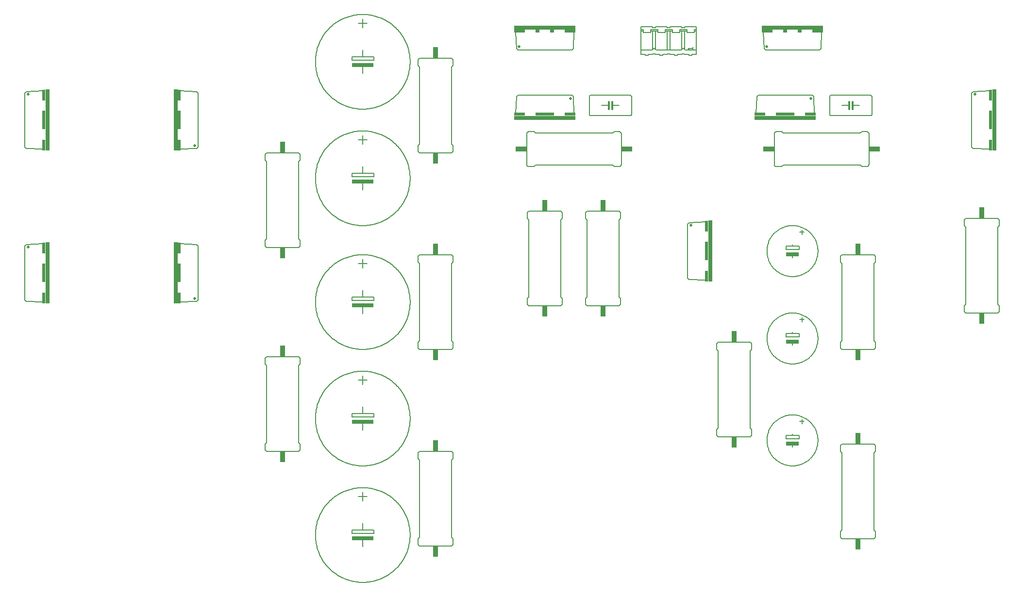
<source format=gto>
G75*
%MOIN*%
%OFA0B0*%
%FSLAX24Y24*%
%IPPOS*%
%LPD*%
%AMOC8*
5,1,8,0,0,1.08239X$1,22.5*
%
%ADD10C,0.0060*%
%ADD11C,0.0200*%
%ADD12R,0.0300X0.4200*%
%ADD13R,0.0200X0.0750*%
%ADD14R,0.0200X0.1300*%
%ADD15R,0.1500X0.0250*%
%ADD16R,0.0320X0.0760*%
%ADD17R,0.4200X0.0300*%
%ADD18R,0.0750X0.0200*%
%ADD19R,0.0300X0.0200*%
%ADD20R,0.1300X0.0200*%
%ADD21R,0.0760X0.0320*%
%ADD22C,0.0120*%
%ADD23R,0.0900X0.0250*%
%ADD24C,0.0050*%
D10*
X019630Y010466D02*
X021730Y010466D01*
X021753Y010468D01*
X021776Y010473D01*
X021798Y010482D01*
X021818Y010495D01*
X021836Y010510D01*
X021851Y010528D01*
X021864Y010548D01*
X021873Y010570D01*
X021878Y010593D01*
X021880Y010616D01*
X021880Y010966D01*
X021780Y011066D01*
X021780Y016366D01*
X021880Y016466D01*
X021880Y016816D01*
X021878Y016839D01*
X021873Y016862D01*
X021864Y016884D01*
X021851Y016904D01*
X021836Y016922D01*
X021818Y016937D01*
X021798Y016950D01*
X021776Y016959D01*
X021753Y016964D01*
X021730Y016966D01*
X019630Y016966D01*
X019607Y016964D01*
X019584Y016959D01*
X019562Y016950D01*
X019542Y016937D01*
X019524Y016922D01*
X019509Y016904D01*
X019496Y016884D01*
X019487Y016862D01*
X019482Y016839D01*
X019480Y016816D01*
X019480Y016466D01*
X019580Y016366D01*
X019580Y011066D01*
X019480Y010966D01*
X019480Y010616D01*
X019482Y010593D01*
X019487Y010570D01*
X019496Y010548D01*
X019509Y010528D01*
X019524Y010510D01*
X019542Y010495D01*
X019562Y010482D01*
X019584Y010473D01*
X019607Y010468D01*
X019630Y010466D01*
X025430Y012816D02*
X025430Y013066D01*
X026180Y013066D01*
X026930Y013066D01*
X026930Y012816D01*
X025430Y012816D01*
X022930Y012716D02*
X022932Y012829D01*
X022938Y012943D01*
X022948Y013056D01*
X022962Y013168D01*
X022979Y013280D01*
X023001Y013392D01*
X023027Y013502D01*
X023056Y013612D01*
X023089Y013720D01*
X023126Y013828D01*
X023167Y013933D01*
X023211Y014038D01*
X023259Y014141D01*
X023310Y014242D01*
X023365Y014341D01*
X023424Y014438D01*
X023486Y014533D01*
X023551Y014626D01*
X023619Y014717D01*
X023690Y014805D01*
X023765Y014891D01*
X023842Y014974D01*
X023922Y015054D01*
X024005Y015131D01*
X024091Y015206D01*
X024179Y015277D01*
X024270Y015345D01*
X024363Y015410D01*
X024458Y015472D01*
X024555Y015531D01*
X024654Y015586D01*
X024755Y015637D01*
X024858Y015685D01*
X024963Y015729D01*
X025068Y015770D01*
X025176Y015807D01*
X025284Y015840D01*
X025394Y015869D01*
X025504Y015895D01*
X025616Y015917D01*
X025728Y015934D01*
X025840Y015948D01*
X025953Y015958D01*
X026067Y015964D01*
X026180Y015966D01*
X026293Y015964D01*
X026407Y015958D01*
X026520Y015948D01*
X026632Y015934D01*
X026744Y015917D01*
X026856Y015895D01*
X026966Y015869D01*
X027076Y015840D01*
X027184Y015807D01*
X027292Y015770D01*
X027397Y015729D01*
X027502Y015685D01*
X027605Y015637D01*
X027706Y015586D01*
X027805Y015531D01*
X027902Y015472D01*
X027997Y015410D01*
X028090Y015345D01*
X028181Y015277D01*
X028269Y015206D01*
X028355Y015131D01*
X028438Y015054D01*
X028518Y014974D01*
X028595Y014891D01*
X028670Y014805D01*
X028741Y014717D01*
X028809Y014626D01*
X028874Y014533D01*
X028936Y014438D01*
X028995Y014341D01*
X029050Y014242D01*
X029101Y014141D01*
X029149Y014038D01*
X029193Y013933D01*
X029234Y013828D01*
X029271Y013720D01*
X029304Y013612D01*
X029333Y013502D01*
X029359Y013392D01*
X029381Y013280D01*
X029398Y013168D01*
X029412Y013056D01*
X029422Y012943D01*
X029428Y012829D01*
X029430Y012716D01*
X029428Y012603D01*
X029422Y012489D01*
X029412Y012376D01*
X029398Y012264D01*
X029381Y012152D01*
X029359Y012040D01*
X029333Y011930D01*
X029304Y011820D01*
X029271Y011712D01*
X029234Y011604D01*
X029193Y011499D01*
X029149Y011394D01*
X029101Y011291D01*
X029050Y011190D01*
X028995Y011091D01*
X028936Y010994D01*
X028874Y010899D01*
X028809Y010806D01*
X028741Y010715D01*
X028670Y010627D01*
X028595Y010541D01*
X028518Y010458D01*
X028438Y010378D01*
X028355Y010301D01*
X028269Y010226D01*
X028181Y010155D01*
X028090Y010087D01*
X027997Y010022D01*
X027902Y009960D01*
X027805Y009901D01*
X027706Y009846D01*
X027605Y009795D01*
X027502Y009747D01*
X027397Y009703D01*
X027292Y009662D01*
X027184Y009625D01*
X027076Y009592D01*
X026966Y009563D01*
X026856Y009537D01*
X026744Y009515D01*
X026632Y009498D01*
X026520Y009484D01*
X026407Y009474D01*
X026293Y009468D01*
X026180Y009466D01*
X026067Y009468D01*
X025953Y009474D01*
X025840Y009484D01*
X025728Y009498D01*
X025616Y009515D01*
X025504Y009537D01*
X025394Y009563D01*
X025284Y009592D01*
X025176Y009625D01*
X025068Y009662D01*
X024963Y009703D01*
X024858Y009747D01*
X024755Y009795D01*
X024654Y009846D01*
X024555Y009901D01*
X024458Y009960D01*
X024363Y010022D01*
X024270Y010087D01*
X024179Y010155D01*
X024091Y010226D01*
X024005Y010301D01*
X023922Y010378D01*
X023842Y010458D01*
X023765Y010541D01*
X023690Y010627D01*
X023619Y010715D01*
X023551Y010806D01*
X023486Y010899D01*
X023424Y010994D01*
X023365Y011091D01*
X023310Y011190D01*
X023259Y011291D01*
X023211Y011394D01*
X023167Y011499D01*
X023126Y011604D01*
X023089Y011712D01*
X023056Y011820D01*
X023027Y011930D01*
X023001Y012040D01*
X022979Y012152D01*
X022962Y012264D01*
X022948Y012376D01*
X022938Y012489D01*
X022932Y012603D01*
X022930Y012716D01*
X026180Y012466D02*
X026180Y011916D01*
X026180Y013066D02*
X026180Y013516D01*
X026180Y015066D02*
X026180Y015666D01*
X025880Y015366D02*
X026480Y015366D01*
X030130Y017466D02*
X032230Y017466D01*
X032253Y017468D01*
X032276Y017473D01*
X032298Y017482D01*
X032318Y017495D01*
X032336Y017510D01*
X032351Y017528D01*
X032364Y017548D01*
X032373Y017570D01*
X032378Y017593D01*
X032380Y017616D01*
X032380Y017966D01*
X032280Y018066D01*
X032280Y023366D01*
X032380Y023466D01*
X032380Y023816D01*
X032378Y023839D01*
X032373Y023862D01*
X032364Y023884D01*
X032351Y023904D01*
X032336Y023922D01*
X032318Y023937D01*
X032298Y023950D01*
X032276Y023959D01*
X032253Y023964D01*
X032230Y023966D01*
X030130Y023966D01*
X030107Y023964D01*
X030084Y023959D01*
X030062Y023950D01*
X030042Y023937D01*
X030024Y023922D01*
X030009Y023904D01*
X029996Y023884D01*
X029987Y023862D01*
X029982Y023839D01*
X029980Y023816D01*
X029980Y023466D01*
X030080Y023366D01*
X030080Y018066D01*
X029980Y017966D01*
X029980Y017616D01*
X029982Y017593D01*
X029987Y017570D01*
X029996Y017548D01*
X030009Y017528D01*
X030024Y017510D01*
X030042Y017495D01*
X030062Y017482D01*
X030084Y017473D01*
X030107Y017468D01*
X030130Y017466D01*
X026180Y019916D02*
X026180Y020466D01*
X022930Y020716D02*
X022932Y020829D01*
X022938Y020943D01*
X022948Y021056D01*
X022962Y021168D01*
X022979Y021280D01*
X023001Y021392D01*
X023027Y021502D01*
X023056Y021612D01*
X023089Y021720D01*
X023126Y021828D01*
X023167Y021933D01*
X023211Y022038D01*
X023259Y022141D01*
X023310Y022242D01*
X023365Y022341D01*
X023424Y022438D01*
X023486Y022533D01*
X023551Y022626D01*
X023619Y022717D01*
X023690Y022805D01*
X023765Y022891D01*
X023842Y022974D01*
X023922Y023054D01*
X024005Y023131D01*
X024091Y023206D01*
X024179Y023277D01*
X024270Y023345D01*
X024363Y023410D01*
X024458Y023472D01*
X024555Y023531D01*
X024654Y023586D01*
X024755Y023637D01*
X024858Y023685D01*
X024963Y023729D01*
X025068Y023770D01*
X025176Y023807D01*
X025284Y023840D01*
X025394Y023869D01*
X025504Y023895D01*
X025616Y023917D01*
X025728Y023934D01*
X025840Y023948D01*
X025953Y023958D01*
X026067Y023964D01*
X026180Y023966D01*
X026293Y023964D01*
X026407Y023958D01*
X026520Y023948D01*
X026632Y023934D01*
X026744Y023917D01*
X026856Y023895D01*
X026966Y023869D01*
X027076Y023840D01*
X027184Y023807D01*
X027292Y023770D01*
X027397Y023729D01*
X027502Y023685D01*
X027605Y023637D01*
X027706Y023586D01*
X027805Y023531D01*
X027902Y023472D01*
X027997Y023410D01*
X028090Y023345D01*
X028181Y023277D01*
X028269Y023206D01*
X028355Y023131D01*
X028438Y023054D01*
X028518Y022974D01*
X028595Y022891D01*
X028670Y022805D01*
X028741Y022717D01*
X028809Y022626D01*
X028874Y022533D01*
X028936Y022438D01*
X028995Y022341D01*
X029050Y022242D01*
X029101Y022141D01*
X029149Y022038D01*
X029193Y021933D01*
X029234Y021828D01*
X029271Y021720D01*
X029304Y021612D01*
X029333Y021502D01*
X029359Y021392D01*
X029381Y021280D01*
X029398Y021168D01*
X029412Y021056D01*
X029422Y020943D01*
X029428Y020829D01*
X029430Y020716D01*
X029428Y020603D01*
X029422Y020489D01*
X029412Y020376D01*
X029398Y020264D01*
X029381Y020152D01*
X029359Y020040D01*
X029333Y019930D01*
X029304Y019820D01*
X029271Y019712D01*
X029234Y019604D01*
X029193Y019499D01*
X029149Y019394D01*
X029101Y019291D01*
X029050Y019190D01*
X028995Y019091D01*
X028936Y018994D01*
X028874Y018899D01*
X028809Y018806D01*
X028741Y018715D01*
X028670Y018627D01*
X028595Y018541D01*
X028518Y018458D01*
X028438Y018378D01*
X028355Y018301D01*
X028269Y018226D01*
X028181Y018155D01*
X028090Y018087D01*
X027997Y018022D01*
X027902Y017960D01*
X027805Y017901D01*
X027706Y017846D01*
X027605Y017795D01*
X027502Y017747D01*
X027397Y017703D01*
X027292Y017662D01*
X027184Y017625D01*
X027076Y017592D01*
X026966Y017563D01*
X026856Y017537D01*
X026744Y017515D01*
X026632Y017498D01*
X026520Y017484D01*
X026407Y017474D01*
X026293Y017468D01*
X026180Y017466D01*
X026067Y017468D01*
X025953Y017474D01*
X025840Y017484D01*
X025728Y017498D01*
X025616Y017515D01*
X025504Y017537D01*
X025394Y017563D01*
X025284Y017592D01*
X025176Y017625D01*
X025068Y017662D01*
X024963Y017703D01*
X024858Y017747D01*
X024755Y017795D01*
X024654Y017846D01*
X024555Y017901D01*
X024458Y017960D01*
X024363Y018022D01*
X024270Y018087D01*
X024179Y018155D01*
X024091Y018226D01*
X024005Y018301D01*
X023922Y018378D01*
X023842Y018458D01*
X023765Y018541D01*
X023690Y018627D01*
X023619Y018715D01*
X023551Y018806D01*
X023486Y018899D01*
X023424Y018994D01*
X023365Y019091D01*
X023310Y019190D01*
X023259Y019291D01*
X023211Y019394D01*
X023167Y019499D01*
X023126Y019604D01*
X023089Y019712D01*
X023056Y019820D01*
X023027Y019930D01*
X023001Y020040D01*
X022979Y020152D01*
X022962Y020264D01*
X022948Y020376D01*
X022938Y020489D01*
X022932Y020603D01*
X022930Y020716D01*
X025430Y020816D02*
X026930Y020816D01*
X026930Y021066D01*
X026180Y021066D01*
X025430Y021066D01*
X025430Y020816D01*
X026180Y021066D02*
X026180Y021516D01*
X026180Y023066D02*
X026180Y023666D01*
X025880Y023366D02*
X026480Y023366D01*
X021880Y024616D02*
X021880Y024966D01*
X021780Y025066D01*
X021780Y030366D01*
X021880Y030466D01*
X021880Y030816D01*
X021878Y030839D01*
X021873Y030862D01*
X021864Y030884D01*
X021851Y030904D01*
X021836Y030922D01*
X021818Y030937D01*
X021798Y030950D01*
X021776Y030959D01*
X021753Y030964D01*
X021730Y030966D01*
X019630Y030966D01*
X019607Y030964D01*
X019584Y030959D01*
X019562Y030950D01*
X019542Y030937D01*
X019524Y030922D01*
X019509Y030904D01*
X019496Y030884D01*
X019487Y030862D01*
X019482Y030839D01*
X019480Y030816D01*
X019480Y030466D01*
X019580Y030366D01*
X019580Y025066D01*
X019480Y024966D01*
X019480Y024616D01*
X019482Y024593D01*
X019487Y024570D01*
X019496Y024548D01*
X019509Y024528D01*
X019524Y024510D01*
X019542Y024495D01*
X019562Y024482D01*
X019584Y024473D01*
X019607Y024468D01*
X019630Y024466D01*
X021730Y024466D01*
X021753Y024468D01*
X021776Y024473D01*
X021798Y024482D01*
X021818Y024495D01*
X021836Y024510D01*
X021851Y024528D01*
X021864Y024548D01*
X021873Y024570D01*
X021878Y024593D01*
X021880Y024616D01*
X014880Y024566D02*
X014880Y020866D01*
X014780Y020766D01*
X013630Y020716D01*
X013630Y024716D02*
X014780Y024666D01*
X014880Y024566D01*
X004230Y024716D02*
X003080Y024666D01*
X002980Y024566D01*
X002980Y020866D01*
X003080Y020766D01*
X004230Y020716D01*
X004230Y031216D02*
X003080Y031266D01*
X002980Y031366D01*
X002980Y035066D01*
X003080Y035166D01*
X004230Y035216D01*
X013630Y035216D02*
X014780Y035166D01*
X014880Y035066D01*
X014880Y031366D01*
X014780Y031266D01*
X013630Y031216D01*
X025430Y029566D02*
X025430Y029316D01*
X026930Y029316D01*
X026930Y029566D01*
X026180Y029566D01*
X025430Y029566D01*
X026180Y029566D02*
X026180Y030016D01*
X022930Y029216D02*
X022932Y029329D01*
X022938Y029443D01*
X022948Y029556D01*
X022962Y029668D01*
X022979Y029780D01*
X023001Y029892D01*
X023027Y030002D01*
X023056Y030112D01*
X023089Y030220D01*
X023126Y030328D01*
X023167Y030433D01*
X023211Y030538D01*
X023259Y030641D01*
X023310Y030742D01*
X023365Y030841D01*
X023424Y030938D01*
X023486Y031033D01*
X023551Y031126D01*
X023619Y031217D01*
X023690Y031305D01*
X023765Y031391D01*
X023842Y031474D01*
X023922Y031554D01*
X024005Y031631D01*
X024091Y031706D01*
X024179Y031777D01*
X024270Y031845D01*
X024363Y031910D01*
X024458Y031972D01*
X024555Y032031D01*
X024654Y032086D01*
X024755Y032137D01*
X024858Y032185D01*
X024963Y032229D01*
X025068Y032270D01*
X025176Y032307D01*
X025284Y032340D01*
X025394Y032369D01*
X025504Y032395D01*
X025616Y032417D01*
X025728Y032434D01*
X025840Y032448D01*
X025953Y032458D01*
X026067Y032464D01*
X026180Y032466D01*
X026293Y032464D01*
X026407Y032458D01*
X026520Y032448D01*
X026632Y032434D01*
X026744Y032417D01*
X026856Y032395D01*
X026966Y032369D01*
X027076Y032340D01*
X027184Y032307D01*
X027292Y032270D01*
X027397Y032229D01*
X027502Y032185D01*
X027605Y032137D01*
X027706Y032086D01*
X027805Y032031D01*
X027902Y031972D01*
X027997Y031910D01*
X028090Y031845D01*
X028181Y031777D01*
X028269Y031706D01*
X028355Y031631D01*
X028438Y031554D01*
X028518Y031474D01*
X028595Y031391D01*
X028670Y031305D01*
X028741Y031217D01*
X028809Y031126D01*
X028874Y031033D01*
X028936Y030938D01*
X028995Y030841D01*
X029050Y030742D01*
X029101Y030641D01*
X029149Y030538D01*
X029193Y030433D01*
X029234Y030328D01*
X029271Y030220D01*
X029304Y030112D01*
X029333Y030002D01*
X029359Y029892D01*
X029381Y029780D01*
X029398Y029668D01*
X029412Y029556D01*
X029422Y029443D01*
X029428Y029329D01*
X029430Y029216D01*
X029428Y029103D01*
X029422Y028989D01*
X029412Y028876D01*
X029398Y028764D01*
X029381Y028652D01*
X029359Y028540D01*
X029333Y028430D01*
X029304Y028320D01*
X029271Y028212D01*
X029234Y028104D01*
X029193Y027999D01*
X029149Y027894D01*
X029101Y027791D01*
X029050Y027690D01*
X028995Y027591D01*
X028936Y027494D01*
X028874Y027399D01*
X028809Y027306D01*
X028741Y027215D01*
X028670Y027127D01*
X028595Y027041D01*
X028518Y026958D01*
X028438Y026878D01*
X028355Y026801D01*
X028269Y026726D01*
X028181Y026655D01*
X028090Y026587D01*
X027997Y026522D01*
X027902Y026460D01*
X027805Y026401D01*
X027706Y026346D01*
X027605Y026295D01*
X027502Y026247D01*
X027397Y026203D01*
X027292Y026162D01*
X027184Y026125D01*
X027076Y026092D01*
X026966Y026063D01*
X026856Y026037D01*
X026744Y026015D01*
X026632Y025998D01*
X026520Y025984D01*
X026407Y025974D01*
X026293Y025968D01*
X026180Y025966D01*
X026067Y025968D01*
X025953Y025974D01*
X025840Y025984D01*
X025728Y025998D01*
X025616Y026015D01*
X025504Y026037D01*
X025394Y026063D01*
X025284Y026092D01*
X025176Y026125D01*
X025068Y026162D01*
X024963Y026203D01*
X024858Y026247D01*
X024755Y026295D01*
X024654Y026346D01*
X024555Y026401D01*
X024458Y026460D01*
X024363Y026522D01*
X024270Y026587D01*
X024179Y026655D01*
X024091Y026726D01*
X024005Y026801D01*
X023922Y026878D01*
X023842Y026958D01*
X023765Y027041D01*
X023690Y027127D01*
X023619Y027215D01*
X023551Y027306D01*
X023486Y027399D01*
X023424Y027494D01*
X023365Y027591D01*
X023310Y027690D01*
X023259Y027791D01*
X023211Y027894D01*
X023167Y027999D01*
X023126Y028104D01*
X023089Y028212D01*
X023056Y028320D01*
X023027Y028430D01*
X023001Y028540D01*
X022979Y028652D01*
X022962Y028764D01*
X022948Y028876D01*
X022938Y028989D01*
X022932Y029103D01*
X022930Y029216D01*
X026180Y028966D02*
X026180Y028416D01*
X030130Y030966D02*
X032230Y030966D01*
X032253Y030968D01*
X032276Y030973D01*
X032298Y030982D01*
X032318Y030995D01*
X032336Y031010D01*
X032351Y031028D01*
X032364Y031048D01*
X032373Y031070D01*
X032378Y031093D01*
X032380Y031116D01*
X032380Y031466D01*
X032280Y031566D01*
X032280Y036866D01*
X032380Y036966D01*
X032380Y037316D01*
X032378Y037339D01*
X032373Y037362D01*
X032364Y037384D01*
X032351Y037404D01*
X032336Y037422D01*
X032318Y037437D01*
X032298Y037450D01*
X032276Y037459D01*
X032253Y037464D01*
X032230Y037466D01*
X030130Y037466D01*
X030107Y037464D01*
X030084Y037459D01*
X030062Y037450D01*
X030042Y037437D01*
X030024Y037422D01*
X030009Y037404D01*
X029996Y037384D01*
X029987Y037362D01*
X029982Y037339D01*
X029980Y037316D01*
X029980Y036966D01*
X030080Y036866D01*
X030080Y031566D01*
X029980Y031466D01*
X029980Y031116D01*
X029982Y031093D01*
X029987Y031070D01*
X029996Y031048D01*
X030009Y031028D01*
X030024Y031010D01*
X030042Y030995D01*
X030062Y030982D01*
X030084Y030973D01*
X030107Y030968D01*
X030130Y030966D01*
X026480Y031866D02*
X025880Y031866D01*
X026180Y032166D02*
X026180Y031566D01*
X026180Y036416D02*
X026180Y036966D01*
X022930Y037216D02*
X022932Y037329D01*
X022938Y037443D01*
X022948Y037556D01*
X022962Y037668D01*
X022979Y037780D01*
X023001Y037892D01*
X023027Y038002D01*
X023056Y038112D01*
X023089Y038220D01*
X023126Y038328D01*
X023167Y038433D01*
X023211Y038538D01*
X023259Y038641D01*
X023310Y038742D01*
X023365Y038841D01*
X023424Y038938D01*
X023486Y039033D01*
X023551Y039126D01*
X023619Y039217D01*
X023690Y039305D01*
X023765Y039391D01*
X023842Y039474D01*
X023922Y039554D01*
X024005Y039631D01*
X024091Y039706D01*
X024179Y039777D01*
X024270Y039845D01*
X024363Y039910D01*
X024458Y039972D01*
X024555Y040031D01*
X024654Y040086D01*
X024755Y040137D01*
X024858Y040185D01*
X024963Y040229D01*
X025068Y040270D01*
X025176Y040307D01*
X025284Y040340D01*
X025394Y040369D01*
X025504Y040395D01*
X025616Y040417D01*
X025728Y040434D01*
X025840Y040448D01*
X025953Y040458D01*
X026067Y040464D01*
X026180Y040466D01*
X026293Y040464D01*
X026407Y040458D01*
X026520Y040448D01*
X026632Y040434D01*
X026744Y040417D01*
X026856Y040395D01*
X026966Y040369D01*
X027076Y040340D01*
X027184Y040307D01*
X027292Y040270D01*
X027397Y040229D01*
X027502Y040185D01*
X027605Y040137D01*
X027706Y040086D01*
X027805Y040031D01*
X027902Y039972D01*
X027997Y039910D01*
X028090Y039845D01*
X028181Y039777D01*
X028269Y039706D01*
X028355Y039631D01*
X028438Y039554D01*
X028518Y039474D01*
X028595Y039391D01*
X028670Y039305D01*
X028741Y039217D01*
X028809Y039126D01*
X028874Y039033D01*
X028936Y038938D01*
X028995Y038841D01*
X029050Y038742D01*
X029101Y038641D01*
X029149Y038538D01*
X029193Y038433D01*
X029234Y038328D01*
X029271Y038220D01*
X029304Y038112D01*
X029333Y038002D01*
X029359Y037892D01*
X029381Y037780D01*
X029398Y037668D01*
X029412Y037556D01*
X029422Y037443D01*
X029428Y037329D01*
X029430Y037216D01*
X029428Y037103D01*
X029422Y036989D01*
X029412Y036876D01*
X029398Y036764D01*
X029381Y036652D01*
X029359Y036540D01*
X029333Y036430D01*
X029304Y036320D01*
X029271Y036212D01*
X029234Y036104D01*
X029193Y035999D01*
X029149Y035894D01*
X029101Y035791D01*
X029050Y035690D01*
X028995Y035591D01*
X028936Y035494D01*
X028874Y035399D01*
X028809Y035306D01*
X028741Y035215D01*
X028670Y035127D01*
X028595Y035041D01*
X028518Y034958D01*
X028438Y034878D01*
X028355Y034801D01*
X028269Y034726D01*
X028181Y034655D01*
X028090Y034587D01*
X027997Y034522D01*
X027902Y034460D01*
X027805Y034401D01*
X027706Y034346D01*
X027605Y034295D01*
X027502Y034247D01*
X027397Y034203D01*
X027292Y034162D01*
X027184Y034125D01*
X027076Y034092D01*
X026966Y034063D01*
X026856Y034037D01*
X026744Y034015D01*
X026632Y033998D01*
X026520Y033984D01*
X026407Y033974D01*
X026293Y033968D01*
X026180Y033966D01*
X026067Y033968D01*
X025953Y033974D01*
X025840Y033984D01*
X025728Y033998D01*
X025616Y034015D01*
X025504Y034037D01*
X025394Y034063D01*
X025284Y034092D01*
X025176Y034125D01*
X025068Y034162D01*
X024963Y034203D01*
X024858Y034247D01*
X024755Y034295D01*
X024654Y034346D01*
X024555Y034401D01*
X024458Y034460D01*
X024363Y034522D01*
X024270Y034587D01*
X024179Y034655D01*
X024091Y034726D01*
X024005Y034801D01*
X023922Y034878D01*
X023842Y034958D01*
X023765Y035041D01*
X023690Y035127D01*
X023619Y035215D01*
X023551Y035306D01*
X023486Y035399D01*
X023424Y035494D01*
X023365Y035591D01*
X023310Y035690D01*
X023259Y035791D01*
X023211Y035894D01*
X023167Y035999D01*
X023126Y036104D01*
X023089Y036212D01*
X023056Y036320D01*
X023027Y036430D01*
X023001Y036540D01*
X022979Y036652D01*
X022962Y036764D01*
X022948Y036876D01*
X022938Y036989D01*
X022932Y037103D01*
X022930Y037216D01*
X025430Y037316D02*
X026930Y037316D01*
X026930Y037566D01*
X026180Y037566D01*
X025430Y037566D01*
X025430Y037316D01*
X026180Y037566D02*
X026180Y038016D01*
X026180Y039566D02*
X026180Y040166D01*
X025880Y039866D02*
X026480Y039866D01*
X036680Y039266D02*
X036730Y038116D01*
X036830Y038016D01*
X040530Y038016D01*
X040630Y038116D01*
X040680Y039266D01*
X045280Y039316D02*
X045280Y038016D01*
X045280Y037716D01*
X045580Y037716D01*
X045580Y037666D01*
X045780Y037666D01*
X045780Y037716D01*
X046080Y037716D01*
X046080Y037766D01*
X046280Y037766D01*
X046280Y037716D01*
X046580Y037716D01*
X046580Y037666D01*
X046780Y037666D01*
X046780Y037716D01*
X047080Y037716D01*
X047080Y037766D01*
X047280Y037766D01*
X047280Y037716D01*
X047580Y037716D01*
X047580Y037666D01*
X047780Y037666D01*
X047780Y037716D01*
X048080Y037716D01*
X048080Y037766D01*
X048280Y037766D01*
X048280Y037716D01*
X048580Y037716D01*
X048580Y037666D01*
X048780Y037666D01*
X048780Y037716D01*
X049080Y037716D01*
X049080Y038016D01*
X048330Y038016D01*
X048280Y038066D01*
X048280Y039316D01*
X048080Y039316D01*
X048080Y038066D01*
X048030Y038016D01*
X047280Y038016D01*
X047280Y039316D01*
X047080Y039316D01*
X047080Y038016D01*
X046330Y038016D01*
X046280Y038066D01*
X046280Y039316D01*
X046080Y039316D01*
X046080Y038066D01*
X046030Y038016D02*
X045280Y038016D01*
X046030Y038016D02*
X046180Y038166D01*
X046280Y038066D01*
X047080Y038016D02*
X047280Y038016D01*
X048080Y038066D02*
X048180Y038166D01*
X048280Y038066D01*
X049080Y038016D02*
X049080Y039316D01*
X049080Y039416D01*
X048930Y039416D01*
X048930Y039316D01*
X048930Y039216D01*
X048430Y039216D01*
X048430Y039316D01*
X048280Y039316D01*
X048430Y039316D02*
X048430Y039416D01*
X047930Y039416D01*
X047930Y039316D01*
X048080Y039316D01*
X047930Y039316D02*
X047930Y039216D01*
X047430Y039216D01*
X047430Y039316D01*
X047280Y039316D01*
X047430Y039316D02*
X047430Y039416D01*
X046930Y039416D01*
X046930Y039316D01*
X047080Y039316D01*
X046930Y039316D02*
X046930Y039216D01*
X046430Y039216D01*
X046430Y039316D01*
X046280Y039316D01*
X046430Y039316D02*
X046430Y039416D01*
X045930Y039416D01*
X045930Y039316D01*
X045930Y039216D01*
X045430Y039216D01*
X045430Y039316D01*
X045280Y039316D01*
X045280Y039416D01*
X045430Y039416D01*
X045430Y039316D01*
X045280Y039416D02*
X045280Y039616D01*
X046080Y039616D01*
X046080Y039566D01*
X046280Y039566D01*
X046280Y039616D01*
X047080Y039616D01*
X047080Y039566D01*
X047280Y039566D01*
X047280Y039616D01*
X048080Y039616D01*
X048080Y039566D01*
X048280Y039566D01*
X048280Y039616D01*
X049080Y039616D01*
X049080Y039416D01*
X049080Y039316D02*
X048930Y039316D01*
X046080Y039316D02*
X045930Y039316D01*
X053680Y039266D02*
X053730Y038116D01*
X053830Y038016D01*
X057530Y038016D01*
X057630Y038116D01*
X057680Y039266D01*
X057030Y034916D02*
X053330Y034916D01*
X053230Y034816D01*
X053180Y033666D01*
X054430Y032266D02*
X054430Y030166D01*
X054432Y030143D01*
X054437Y030120D01*
X054446Y030098D01*
X054459Y030078D01*
X054474Y030060D01*
X054492Y030045D01*
X054512Y030032D01*
X054534Y030023D01*
X054557Y030018D01*
X054580Y030016D01*
X054930Y030016D01*
X055030Y030116D01*
X060330Y030116D01*
X060430Y030016D01*
X060780Y030016D01*
X060803Y030018D01*
X060826Y030023D01*
X060848Y030032D01*
X060868Y030045D01*
X060886Y030060D01*
X060901Y030078D01*
X060914Y030098D01*
X060923Y030120D01*
X060928Y030143D01*
X060930Y030166D01*
X060930Y032266D01*
X060928Y032289D01*
X060923Y032312D01*
X060914Y032334D01*
X060901Y032354D01*
X060886Y032372D01*
X060868Y032387D01*
X060848Y032400D01*
X060826Y032409D01*
X060803Y032414D01*
X060780Y032416D01*
X060430Y032416D01*
X060330Y032316D01*
X055030Y032316D01*
X054930Y032416D01*
X054580Y032416D01*
X054557Y032414D01*
X054534Y032409D01*
X054512Y032400D01*
X054492Y032387D01*
X054474Y032372D01*
X054459Y032354D01*
X054446Y032334D01*
X054437Y032312D01*
X054432Y032289D01*
X054430Y032266D01*
X057180Y033666D02*
X057130Y034816D01*
X057030Y034916D01*
X058230Y034816D02*
X058230Y033616D01*
X058232Y033599D01*
X058236Y033582D01*
X058243Y033566D01*
X058253Y033552D01*
X058266Y033539D01*
X058280Y033529D01*
X058296Y033522D01*
X058313Y033518D01*
X058330Y033516D01*
X061030Y033516D01*
X061047Y033518D01*
X061064Y033522D01*
X061080Y033529D01*
X061094Y033539D01*
X061107Y033552D01*
X061117Y033566D01*
X061124Y033582D01*
X061128Y033599D01*
X061130Y033616D01*
X061130Y034816D01*
X061128Y034833D01*
X061124Y034850D01*
X061117Y034866D01*
X061107Y034880D01*
X061094Y034893D01*
X061080Y034903D01*
X061064Y034910D01*
X061047Y034914D01*
X061030Y034916D01*
X058330Y034916D01*
X058313Y034914D01*
X058296Y034910D01*
X058280Y034903D01*
X058266Y034893D01*
X058253Y034880D01*
X058243Y034866D01*
X058236Y034850D01*
X058232Y034833D01*
X058230Y034816D01*
X059080Y034216D02*
X059560Y034216D01*
X059810Y034216D02*
X060280Y034216D01*
X067980Y035066D02*
X067980Y031366D01*
X068080Y031266D01*
X069230Y031216D01*
X069230Y035216D02*
X068080Y035166D01*
X067980Y035066D01*
X067630Y026466D02*
X069730Y026466D01*
X069753Y026464D01*
X069776Y026459D01*
X069798Y026450D01*
X069818Y026437D01*
X069836Y026422D01*
X069851Y026404D01*
X069864Y026384D01*
X069873Y026362D01*
X069878Y026339D01*
X069880Y026316D01*
X069880Y025966D01*
X069780Y025866D01*
X069780Y020566D01*
X069880Y020466D01*
X069880Y020116D01*
X069878Y020093D01*
X069873Y020070D01*
X069864Y020048D01*
X069851Y020028D01*
X069836Y020010D01*
X069818Y019995D01*
X069798Y019982D01*
X069776Y019973D01*
X069753Y019968D01*
X069730Y019966D01*
X067630Y019966D01*
X067607Y019968D01*
X067584Y019973D01*
X067562Y019982D01*
X067542Y019995D01*
X067524Y020010D01*
X067509Y020028D01*
X067496Y020048D01*
X067487Y020070D01*
X067482Y020093D01*
X067480Y020116D01*
X067480Y020466D01*
X067580Y020566D01*
X067580Y025866D01*
X067480Y025966D01*
X067480Y026316D01*
X067482Y026339D01*
X067487Y026362D01*
X067496Y026384D01*
X067509Y026404D01*
X067524Y026422D01*
X067542Y026437D01*
X067562Y026450D01*
X067584Y026459D01*
X067607Y026464D01*
X067630Y026466D01*
X061380Y023816D02*
X061380Y023466D01*
X061280Y023366D01*
X061280Y018066D01*
X061380Y017966D01*
X061380Y017616D01*
X061378Y017593D01*
X061373Y017570D01*
X061364Y017548D01*
X061351Y017528D01*
X061336Y017510D01*
X061318Y017495D01*
X061298Y017482D01*
X061276Y017473D01*
X061253Y017468D01*
X061230Y017466D01*
X059130Y017466D01*
X059107Y017468D01*
X059084Y017473D01*
X059062Y017482D01*
X059042Y017495D01*
X059024Y017510D01*
X059009Y017528D01*
X058996Y017548D01*
X058987Y017570D01*
X058982Y017593D01*
X058980Y017616D01*
X058980Y017966D01*
X059080Y018066D01*
X059080Y023366D01*
X058980Y023466D01*
X058980Y023816D01*
X058982Y023839D01*
X058987Y023862D01*
X058996Y023884D01*
X059009Y023904D01*
X059024Y023922D01*
X059042Y023937D01*
X059062Y023950D01*
X059084Y023959D01*
X059107Y023964D01*
X059130Y023966D01*
X061230Y023966D01*
X061253Y023964D01*
X061276Y023959D01*
X061298Y023950D01*
X061318Y023937D01*
X061336Y023922D01*
X061351Y023904D01*
X061364Y023884D01*
X061373Y023862D01*
X061378Y023839D01*
X061380Y023816D01*
X056480Y025516D02*
X056180Y025516D01*
X056330Y025666D02*
X056330Y025366D01*
X056130Y024566D02*
X055680Y024566D01*
X055230Y024566D01*
X055230Y024316D01*
X056130Y024316D01*
X056130Y024566D01*
X055680Y024566D02*
X055680Y024666D01*
X053930Y024216D02*
X053932Y024299D01*
X053938Y024382D01*
X053948Y024465D01*
X053962Y024547D01*
X053979Y024629D01*
X054001Y024709D01*
X054026Y024788D01*
X054055Y024866D01*
X054088Y024943D01*
X054125Y025018D01*
X054164Y025091D01*
X054208Y025162D01*
X054254Y025231D01*
X054304Y025298D01*
X054357Y025362D01*
X054413Y025424D01*
X054472Y025483D01*
X054534Y025539D01*
X054598Y025592D01*
X054665Y025642D01*
X054734Y025688D01*
X054805Y025732D01*
X054878Y025771D01*
X054953Y025808D01*
X055030Y025841D01*
X055108Y025870D01*
X055187Y025895D01*
X055267Y025917D01*
X055349Y025934D01*
X055431Y025948D01*
X055514Y025958D01*
X055597Y025964D01*
X055680Y025966D01*
X055763Y025964D01*
X055846Y025958D01*
X055929Y025948D01*
X056011Y025934D01*
X056093Y025917D01*
X056173Y025895D01*
X056252Y025870D01*
X056330Y025841D01*
X056407Y025808D01*
X056482Y025771D01*
X056555Y025732D01*
X056626Y025688D01*
X056695Y025642D01*
X056762Y025592D01*
X056826Y025539D01*
X056888Y025483D01*
X056947Y025424D01*
X057003Y025362D01*
X057056Y025298D01*
X057106Y025231D01*
X057152Y025162D01*
X057196Y025091D01*
X057235Y025018D01*
X057272Y024943D01*
X057305Y024866D01*
X057334Y024788D01*
X057359Y024709D01*
X057381Y024629D01*
X057398Y024547D01*
X057412Y024465D01*
X057422Y024382D01*
X057428Y024299D01*
X057430Y024216D01*
X057428Y024133D01*
X057422Y024050D01*
X057412Y023967D01*
X057398Y023885D01*
X057381Y023803D01*
X057359Y023723D01*
X057334Y023644D01*
X057305Y023566D01*
X057272Y023489D01*
X057235Y023414D01*
X057196Y023341D01*
X057152Y023270D01*
X057106Y023201D01*
X057056Y023134D01*
X057003Y023070D01*
X056947Y023008D01*
X056888Y022949D01*
X056826Y022893D01*
X056762Y022840D01*
X056695Y022790D01*
X056626Y022744D01*
X056555Y022700D01*
X056482Y022661D01*
X056407Y022624D01*
X056330Y022591D01*
X056252Y022562D01*
X056173Y022537D01*
X056093Y022515D01*
X056011Y022498D01*
X055929Y022484D01*
X055846Y022474D01*
X055763Y022468D01*
X055680Y022466D01*
X055597Y022468D01*
X055514Y022474D01*
X055431Y022484D01*
X055349Y022498D01*
X055267Y022515D01*
X055187Y022537D01*
X055108Y022562D01*
X055030Y022591D01*
X054953Y022624D01*
X054878Y022661D01*
X054805Y022700D01*
X054734Y022744D01*
X054665Y022790D01*
X054598Y022840D01*
X054534Y022893D01*
X054472Y022949D01*
X054413Y023008D01*
X054357Y023070D01*
X054304Y023134D01*
X054254Y023201D01*
X054208Y023270D01*
X054164Y023341D01*
X054125Y023414D01*
X054088Y023489D01*
X054055Y023566D01*
X054026Y023644D01*
X054001Y023723D01*
X053979Y023803D01*
X053962Y023885D01*
X053948Y023967D01*
X053938Y024050D01*
X053932Y024133D01*
X053930Y024216D01*
X055680Y023966D02*
X055680Y023766D01*
X049730Y022216D02*
X048580Y022266D01*
X048480Y022366D01*
X048480Y026066D01*
X048580Y026166D01*
X049730Y026216D01*
X043880Y026466D02*
X043780Y026366D01*
X043780Y021066D01*
X043880Y020966D01*
X043880Y020616D01*
X043878Y020593D01*
X043873Y020570D01*
X043864Y020548D01*
X043851Y020528D01*
X043836Y020510D01*
X043818Y020495D01*
X043798Y020482D01*
X043776Y020473D01*
X043753Y020468D01*
X043730Y020466D01*
X041630Y020466D01*
X041607Y020468D01*
X041584Y020473D01*
X041562Y020482D01*
X041542Y020495D01*
X041524Y020510D01*
X041509Y020528D01*
X041496Y020548D01*
X041487Y020570D01*
X041482Y020593D01*
X041480Y020616D01*
X041480Y020966D01*
X041580Y021066D01*
X041580Y026366D01*
X041480Y026466D01*
X041480Y026816D01*
X041482Y026839D01*
X041487Y026862D01*
X041496Y026884D01*
X041509Y026904D01*
X041524Y026922D01*
X041542Y026937D01*
X041562Y026950D01*
X041584Y026959D01*
X041607Y026964D01*
X041630Y026966D01*
X043730Y026966D01*
X043753Y026964D01*
X043776Y026959D01*
X043798Y026950D01*
X043818Y026937D01*
X043836Y026922D01*
X043851Y026904D01*
X043864Y026884D01*
X043873Y026862D01*
X043878Y026839D01*
X043880Y026816D01*
X043880Y026466D01*
X039880Y026466D02*
X039880Y026816D01*
X039878Y026839D01*
X039873Y026862D01*
X039864Y026884D01*
X039851Y026904D01*
X039836Y026922D01*
X039818Y026937D01*
X039798Y026950D01*
X039776Y026959D01*
X039753Y026964D01*
X039730Y026966D01*
X037630Y026966D01*
X037607Y026964D01*
X037584Y026959D01*
X037562Y026950D01*
X037542Y026937D01*
X037524Y026922D01*
X037509Y026904D01*
X037496Y026884D01*
X037487Y026862D01*
X037482Y026839D01*
X037480Y026816D01*
X037480Y026466D01*
X037580Y026366D01*
X037580Y021066D01*
X037480Y020966D01*
X037480Y020616D01*
X037482Y020593D01*
X037487Y020570D01*
X037496Y020548D01*
X037509Y020528D01*
X037524Y020510D01*
X037542Y020495D01*
X037562Y020482D01*
X037584Y020473D01*
X037607Y020468D01*
X037630Y020466D01*
X039730Y020466D01*
X039753Y020468D01*
X039776Y020473D01*
X039798Y020482D01*
X039818Y020495D01*
X039836Y020510D01*
X039851Y020528D01*
X039864Y020548D01*
X039873Y020570D01*
X039878Y020593D01*
X039880Y020616D01*
X039880Y020966D01*
X039780Y021066D01*
X039780Y026366D01*
X039880Y026466D01*
X037930Y030016D02*
X037580Y030016D01*
X037557Y030018D01*
X037534Y030023D01*
X037512Y030032D01*
X037492Y030045D01*
X037474Y030060D01*
X037459Y030078D01*
X037446Y030098D01*
X037437Y030120D01*
X037432Y030143D01*
X037430Y030166D01*
X037430Y032266D01*
X037432Y032289D01*
X037437Y032312D01*
X037446Y032334D01*
X037459Y032354D01*
X037474Y032372D01*
X037492Y032387D01*
X037512Y032400D01*
X037534Y032409D01*
X037557Y032414D01*
X037580Y032416D01*
X037930Y032416D01*
X038030Y032316D01*
X043330Y032316D01*
X043430Y032416D01*
X043780Y032416D01*
X043803Y032414D01*
X043826Y032409D01*
X043848Y032400D01*
X043868Y032387D01*
X043886Y032372D01*
X043901Y032354D01*
X043914Y032334D01*
X043923Y032312D01*
X043928Y032289D01*
X043930Y032266D01*
X043930Y030166D01*
X043928Y030143D01*
X043923Y030120D01*
X043914Y030098D01*
X043901Y030078D01*
X043886Y030060D01*
X043868Y030045D01*
X043848Y030032D01*
X043826Y030023D01*
X043803Y030018D01*
X043780Y030016D01*
X043430Y030016D01*
X043330Y030116D01*
X038030Y030116D01*
X037930Y030016D01*
X041830Y033516D02*
X044530Y033516D01*
X044547Y033518D01*
X044564Y033522D01*
X044580Y033529D01*
X044594Y033539D01*
X044607Y033552D01*
X044617Y033566D01*
X044624Y033582D01*
X044628Y033599D01*
X044630Y033616D01*
X044630Y034816D01*
X044628Y034833D01*
X044624Y034850D01*
X044617Y034866D01*
X044607Y034880D01*
X044594Y034893D01*
X044580Y034903D01*
X044564Y034910D01*
X044547Y034914D01*
X044530Y034916D01*
X041830Y034916D01*
X041813Y034914D01*
X041796Y034910D01*
X041780Y034903D01*
X041766Y034893D01*
X041753Y034880D01*
X041743Y034866D01*
X041736Y034850D01*
X041732Y034833D01*
X041730Y034816D01*
X041730Y033616D01*
X041732Y033599D01*
X041736Y033582D01*
X041743Y033566D01*
X041753Y033552D01*
X041766Y033539D01*
X041780Y033529D01*
X041796Y033522D01*
X041813Y033518D01*
X041830Y033516D01*
X040680Y033666D02*
X040630Y034816D01*
X040530Y034916D01*
X036830Y034916D01*
X036730Y034816D01*
X036680Y033666D01*
X042580Y034216D02*
X043060Y034216D01*
X043310Y034216D02*
X043780Y034216D01*
X056330Y019666D02*
X056330Y019366D01*
X056480Y019516D02*
X056180Y019516D01*
X056130Y018566D02*
X055680Y018566D01*
X055230Y018566D01*
X055230Y018316D01*
X056130Y018316D01*
X056130Y018566D01*
X055680Y018566D02*
X055680Y018666D01*
X053930Y018216D02*
X053932Y018299D01*
X053938Y018382D01*
X053948Y018465D01*
X053962Y018547D01*
X053979Y018629D01*
X054001Y018709D01*
X054026Y018788D01*
X054055Y018866D01*
X054088Y018943D01*
X054125Y019018D01*
X054164Y019091D01*
X054208Y019162D01*
X054254Y019231D01*
X054304Y019298D01*
X054357Y019362D01*
X054413Y019424D01*
X054472Y019483D01*
X054534Y019539D01*
X054598Y019592D01*
X054665Y019642D01*
X054734Y019688D01*
X054805Y019732D01*
X054878Y019771D01*
X054953Y019808D01*
X055030Y019841D01*
X055108Y019870D01*
X055187Y019895D01*
X055267Y019917D01*
X055349Y019934D01*
X055431Y019948D01*
X055514Y019958D01*
X055597Y019964D01*
X055680Y019966D01*
X055763Y019964D01*
X055846Y019958D01*
X055929Y019948D01*
X056011Y019934D01*
X056093Y019917D01*
X056173Y019895D01*
X056252Y019870D01*
X056330Y019841D01*
X056407Y019808D01*
X056482Y019771D01*
X056555Y019732D01*
X056626Y019688D01*
X056695Y019642D01*
X056762Y019592D01*
X056826Y019539D01*
X056888Y019483D01*
X056947Y019424D01*
X057003Y019362D01*
X057056Y019298D01*
X057106Y019231D01*
X057152Y019162D01*
X057196Y019091D01*
X057235Y019018D01*
X057272Y018943D01*
X057305Y018866D01*
X057334Y018788D01*
X057359Y018709D01*
X057381Y018629D01*
X057398Y018547D01*
X057412Y018465D01*
X057422Y018382D01*
X057428Y018299D01*
X057430Y018216D01*
X057428Y018133D01*
X057422Y018050D01*
X057412Y017967D01*
X057398Y017885D01*
X057381Y017803D01*
X057359Y017723D01*
X057334Y017644D01*
X057305Y017566D01*
X057272Y017489D01*
X057235Y017414D01*
X057196Y017341D01*
X057152Y017270D01*
X057106Y017201D01*
X057056Y017134D01*
X057003Y017070D01*
X056947Y017008D01*
X056888Y016949D01*
X056826Y016893D01*
X056762Y016840D01*
X056695Y016790D01*
X056626Y016744D01*
X056555Y016700D01*
X056482Y016661D01*
X056407Y016624D01*
X056330Y016591D01*
X056252Y016562D01*
X056173Y016537D01*
X056093Y016515D01*
X056011Y016498D01*
X055929Y016484D01*
X055846Y016474D01*
X055763Y016468D01*
X055680Y016466D01*
X055597Y016468D01*
X055514Y016474D01*
X055431Y016484D01*
X055349Y016498D01*
X055267Y016515D01*
X055187Y016537D01*
X055108Y016562D01*
X055030Y016591D01*
X054953Y016624D01*
X054878Y016661D01*
X054805Y016700D01*
X054734Y016744D01*
X054665Y016790D01*
X054598Y016840D01*
X054534Y016893D01*
X054472Y016949D01*
X054413Y017008D01*
X054357Y017070D01*
X054304Y017134D01*
X054254Y017201D01*
X054208Y017270D01*
X054164Y017341D01*
X054125Y017414D01*
X054088Y017489D01*
X054055Y017566D01*
X054026Y017644D01*
X054001Y017723D01*
X053979Y017803D01*
X053962Y017885D01*
X053948Y017967D01*
X053938Y018050D01*
X053932Y018133D01*
X053930Y018216D01*
X052880Y017816D02*
X052880Y017466D01*
X052780Y017366D01*
X052780Y012066D01*
X052880Y011966D01*
X052880Y011616D01*
X052878Y011593D01*
X052873Y011570D01*
X052864Y011548D01*
X052851Y011528D01*
X052836Y011510D01*
X052818Y011495D01*
X052798Y011482D01*
X052776Y011473D01*
X052753Y011468D01*
X052730Y011466D01*
X050630Y011466D01*
X050607Y011468D01*
X050584Y011473D01*
X050562Y011482D01*
X050542Y011495D01*
X050524Y011510D01*
X050509Y011528D01*
X050496Y011548D01*
X050487Y011570D01*
X050482Y011593D01*
X050480Y011616D01*
X050480Y011966D01*
X050580Y012066D01*
X050580Y017366D01*
X050480Y017466D01*
X050480Y017816D01*
X050482Y017839D01*
X050487Y017862D01*
X050496Y017884D01*
X050509Y017904D01*
X050524Y017922D01*
X050542Y017937D01*
X050562Y017950D01*
X050584Y017959D01*
X050607Y017964D01*
X050630Y017966D01*
X052730Y017966D01*
X052753Y017964D01*
X052776Y017959D01*
X052798Y017950D01*
X052818Y017937D01*
X052836Y017922D01*
X052851Y017904D01*
X052864Y017884D01*
X052873Y017862D01*
X052878Y017839D01*
X052880Y017816D01*
X055680Y017766D02*
X055680Y017966D01*
X056330Y012666D02*
X056330Y012366D01*
X056480Y012516D02*
X056180Y012516D01*
X056130Y011566D02*
X055680Y011566D01*
X055230Y011566D01*
X055230Y011316D01*
X056130Y011316D01*
X056130Y011566D01*
X055680Y011566D02*
X055680Y011666D01*
X053930Y011216D02*
X053932Y011299D01*
X053938Y011382D01*
X053948Y011465D01*
X053962Y011547D01*
X053979Y011629D01*
X054001Y011709D01*
X054026Y011788D01*
X054055Y011866D01*
X054088Y011943D01*
X054125Y012018D01*
X054164Y012091D01*
X054208Y012162D01*
X054254Y012231D01*
X054304Y012298D01*
X054357Y012362D01*
X054413Y012424D01*
X054472Y012483D01*
X054534Y012539D01*
X054598Y012592D01*
X054665Y012642D01*
X054734Y012688D01*
X054805Y012732D01*
X054878Y012771D01*
X054953Y012808D01*
X055030Y012841D01*
X055108Y012870D01*
X055187Y012895D01*
X055267Y012917D01*
X055349Y012934D01*
X055431Y012948D01*
X055514Y012958D01*
X055597Y012964D01*
X055680Y012966D01*
X055763Y012964D01*
X055846Y012958D01*
X055929Y012948D01*
X056011Y012934D01*
X056093Y012917D01*
X056173Y012895D01*
X056252Y012870D01*
X056330Y012841D01*
X056407Y012808D01*
X056482Y012771D01*
X056555Y012732D01*
X056626Y012688D01*
X056695Y012642D01*
X056762Y012592D01*
X056826Y012539D01*
X056888Y012483D01*
X056947Y012424D01*
X057003Y012362D01*
X057056Y012298D01*
X057106Y012231D01*
X057152Y012162D01*
X057196Y012091D01*
X057235Y012018D01*
X057272Y011943D01*
X057305Y011866D01*
X057334Y011788D01*
X057359Y011709D01*
X057381Y011629D01*
X057398Y011547D01*
X057412Y011465D01*
X057422Y011382D01*
X057428Y011299D01*
X057430Y011216D01*
X057428Y011133D01*
X057422Y011050D01*
X057412Y010967D01*
X057398Y010885D01*
X057381Y010803D01*
X057359Y010723D01*
X057334Y010644D01*
X057305Y010566D01*
X057272Y010489D01*
X057235Y010414D01*
X057196Y010341D01*
X057152Y010270D01*
X057106Y010201D01*
X057056Y010134D01*
X057003Y010070D01*
X056947Y010008D01*
X056888Y009949D01*
X056826Y009893D01*
X056762Y009840D01*
X056695Y009790D01*
X056626Y009744D01*
X056555Y009700D01*
X056482Y009661D01*
X056407Y009624D01*
X056330Y009591D01*
X056252Y009562D01*
X056173Y009537D01*
X056093Y009515D01*
X056011Y009498D01*
X055929Y009484D01*
X055846Y009474D01*
X055763Y009468D01*
X055680Y009466D01*
X055597Y009468D01*
X055514Y009474D01*
X055431Y009484D01*
X055349Y009498D01*
X055267Y009515D01*
X055187Y009537D01*
X055108Y009562D01*
X055030Y009591D01*
X054953Y009624D01*
X054878Y009661D01*
X054805Y009700D01*
X054734Y009744D01*
X054665Y009790D01*
X054598Y009840D01*
X054534Y009893D01*
X054472Y009949D01*
X054413Y010008D01*
X054357Y010070D01*
X054304Y010134D01*
X054254Y010201D01*
X054208Y010270D01*
X054164Y010341D01*
X054125Y010414D01*
X054088Y010489D01*
X054055Y010566D01*
X054026Y010644D01*
X054001Y010723D01*
X053979Y010803D01*
X053962Y010885D01*
X053948Y010967D01*
X053938Y011050D01*
X053932Y011133D01*
X053930Y011216D01*
X055680Y010966D02*
X055680Y010766D01*
X058980Y010816D02*
X058980Y010466D01*
X059080Y010366D01*
X059080Y005066D01*
X058980Y004966D01*
X058980Y004616D01*
X058982Y004593D01*
X058987Y004570D01*
X058996Y004548D01*
X059009Y004528D01*
X059024Y004510D01*
X059042Y004495D01*
X059062Y004482D01*
X059084Y004473D01*
X059107Y004468D01*
X059130Y004466D01*
X061230Y004466D01*
X061253Y004468D01*
X061276Y004473D01*
X061298Y004482D01*
X061318Y004495D01*
X061336Y004510D01*
X061351Y004528D01*
X061364Y004548D01*
X061373Y004570D01*
X061378Y004593D01*
X061380Y004616D01*
X061380Y004966D01*
X061280Y005066D01*
X061280Y010366D01*
X061380Y010466D01*
X061380Y010816D01*
X061378Y010839D01*
X061373Y010862D01*
X061364Y010884D01*
X061351Y010904D01*
X061336Y010922D01*
X061318Y010937D01*
X061298Y010950D01*
X061276Y010959D01*
X061253Y010964D01*
X061230Y010966D01*
X059130Y010966D01*
X059107Y010964D01*
X059084Y010959D01*
X059062Y010950D01*
X059042Y010937D01*
X059024Y010922D01*
X059009Y010904D01*
X058996Y010884D01*
X058987Y010862D01*
X058982Y010839D01*
X058980Y010816D01*
X032380Y010316D02*
X032380Y009966D01*
X032280Y009866D01*
X032280Y004566D01*
X032380Y004466D01*
X032380Y004116D01*
X032378Y004093D01*
X032373Y004070D01*
X032364Y004048D01*
X032351Y004028D01*
X032336Y004010D01*
X032318Y003995D01*
X032298Y003982D01*
X032276Y003973D01*
X032253Y003968D01*
X032230Y003966D01*
X030130Y003966D01*
X030107Y003968D01*
X030084Y003973D01*
X030062Y003982D01*
X030042Y003995D01*
X030024Y004010D01*
X030009Y004028D01*
X029996Y004048D01*
X029987Y004070D01*
X029982Y004093D01*
X029980Y004116D01*
X029980Y004466D01*
X030080Y004566D01*
X030080Y009866D01*
X029980Y009966D01*
X029980Y010316D01*
X029982Y010339D01*
X029987Y010362D01*
X029996Y010384D01*
X030009Y010404D01*
X030024Y010422D01*
X030042Y010437D01*
X030062Y010450D01*
X030084Y010459D01*
X030107Y010464D01*
X030130Y010466D01*
X032230Y010466D01*
X032253Y010464D01*
X032276Y010459D01*
X032298Y010450D01*
X032318Y010437D01*
X032336Y010422D01*
X032351Y010404D01*
X032364Y010384D01*
X032373Y010362D01*
X032378Y010339D01*
X032380Y010316D01*
X026480Y007366D02*
X025880Y007366D01*
X026180Y007666D02*
X026180Y007066D01*
X026180Y005516D02*
X026180Y005066D01*
X025430Y005066D01*
X025430Y004816D01*
X026930Y004816D01*
X026930Y005066D01*
X026180Y005066D01*
X022930Y004716D02*
X022932Y004829D01*
X022938Y004943D01*
X022948Y005056D01*
X022962Y005168D01*
X022979Y005280D01*
X023001Y005392D01*
X023027Y005502D01*
X023056Y005612D01*
X023089Y005720D01*
X023126Y005828D01*
X023167Y005933D01*
X023211Y006038D01*
X023259Y006141D01*
X023310Y006242D01*
X023365Y006341D01*
X023424Y006438D01*
X023486Y006533D01*
X023551Y006626D01*
X023619Y006717D01*
X023690Y006805D01*
X023765Y006891D01*
X023842Y006974D01*
X023922Y007054D01*
X024005Y007131D01*
X024091Y007206D01*
X024179Y007277D01*
X024270Y007345D01*
X024363Y007410D01*
X024458Y007472D01*
X024555Y007531D01*
X024654Y007586D01*
X024755Y007637D01*
X024858Y007685D01*
X024963Y007729D01*
X025068Y007770D01*
X025176Y007807D01*
X025284Y007840D01*
X025394Y007869D01*
X025504Y007895D01*
X025616Y007917D01*
X025728Y007934D01*
X025840Y007948D01*
X025953Y007958D01*
X026067Y007964D01*
X026180Y007966D01*
X026293Y007964D01*
X026407Y007958D01*
X026520Y007948D01*
X026632Y007934D01*
X026744Y007917D01*
X026856Y007895D01*
X026966Y007869D01*
X027076Y007840D01*
X027184Y007807D01*
X027292Y007770D01*
X027397Y007729D01*
X027502Y007685D01*
X027605Y007637D01*
X027706Y007586D01*
X027805Y007531D01*
X027902Y007472D01*
X027997Y007410D01*
X028090Y007345D01*
X028181Y007277D01*
X028269Y007206D01*
X028355Y007131D01*
X028438Y007054D01*
X028518Y006974D01*
X028595Y006891D01*
X028670Y006805D01*
X028741Y006717D01*
X028809Y006626D01*
X028874Y006533D01*
X028936Y006438D01*
X028995Y006341D01*
X029050Y006242D01*
X029101Y006141D01*
X029149Y006038D01*
X029193Y005933D01*
X029234Y005828D01*
X029271Y005720D01*
X029304Y005612D01*
X029333Y005502D01*
X029359Y005392D01*
X029381Y005280D01*
X029398Y005168D01*
X029412Y005056D01*
X029422Y004943D01*
X029428Y004829D01*
X029430Y004716D01*
X029428Y004603D01*
X029422Y004489D01*
X029412Y004376D01*
X029398Y004264D01*
X029381Y004152D01*
X029359Y004040D01*
X029333Y003930D01*
X029304Y003820D01*
X029271Y003712D01*
X029234Y003604D01*
X029193Y003499D01*
X029149Y003394D01*
X029101Y003291D01*
X029050Y003190D01*
X028995Y003091D01*
X028936Y002994D01*
X028874Y002899D01*
X028809Y002806D01*
X028741Y002715D01*
X028670Y002627D01*
X028595Y002541D01*
X028518Y002458D01*
X028438Y002378D01*
X028355Y002301D01*
X028269Y002226D01*
X028181Y002155D01*
X028090Y002087D01*
X027997Y002022D01*
X027902Y001960D01*
X027805Y001901D01*
X027706Y001846D01*
X027605Y001795D01*
X027502Y001747D01*
X027397Y001703D01*
X027292Y001662D01*
X027184Y001625D01*
X027076Y001592D01*
X026966Y001563D01*
X026856Y001537D01*
X026744Y001515D01*
X026632Y001498D01*
X026520Y001484D01*
X026407Y001474D01*
X026293Y001468D01*
X026180Y001466D01*
X026067Y001468D01*
X025953Y001474D01*
X025840Y001484D01*
X025728Y001498D01*
X025616Y001515D01*
X025504Y001537D01*
X025394Y001563D01*
X025284Y001592D01*
X025176Y001625D01*
X025068Y001662D01*
X024963Y001703D01*
X024858Y001747D01*
X024755Y001795D01*
X024654Y001846D01*
X024555Y001901D01*
X024458Y001960D01*
X024363Y002022D01*
X024270Y002087D01*
X024179Y002155D01*
X024091Y002226D01*
X024005Y002301D01*
X023922Y002378D01*
X023842Y002458D01*
X023765Y002541D01*
X023690Y002627D01*
X023619Y002715D01*
X023551Y002806D01*
X023486Y002899D01*
X023424Y002994D01*
X023365Y003091D01*
X023310Y003190D01*
X023259Y003291D01*
X023211Y003394D01*
X023167Y003499D01*
X023126Y003604D01*
X023089Y003712D01*
X023056Y003820D01*
X023027Y003930D01*
X023001Y004040D01*
X022979Y004152D01*
X022962Y004264D01*
X022948Y004376D01*
X022938Y004489D01*
X022932Y004603D01*
X022930Y004716D01*
X026180Y004466D02*
X026180Y003916D01*
D11*
X014640Y020946D03*
X003220Y024486D03*
X014640Y031446D03*
X003220Y034986D03*
X036910Y038256D03*
X040450Y034676D03*
X053910Y038256D03*
X056950Y034676D03*
X068220Y034986D03*
X048720Y025986D03*
D12*
X050030Y024216D03*
X069530Y033216D03*
X013330Y033216D03*
X004530Y033216D03*
X004530Y022716D03*
X013330Y022716D03*
D13*
X013580Y024441D03*
X013580Y020991D03*
X004280Y020991D03*
X004280Y024441D03*
X004280Y031491D03*
X004280Y034941D03*
X013580Y034941D03*
X013580Y031491D03*
X049780Y025941D03*
X049780Y022491D03*
X069280Y031491D03*
X069280Y034941D03*
D14*
X069280Y033216D03*
X049780Y024216D03*
X013580Y022716D03*
X004280Y022716D03*
X004280Y033216D03*
X013580Y033216D03*
D15*
X026180Y036991D03*
X026180Y028991D03*
X026180Y020491D03*
X026180Y012491D03*
X026180Y004491D03*
D16*
X031180Y003586D03*
X020680Y010086D03*
X031180Y010846D03*
X031180Y017086D03*
X038680Y020086D03*
X042680Y020086D03*
X051680Y018346D03*
X060180Y017086D03*
X068680Y019586D03*
X060180Y024346D03*
X068680Y026846D03*
X042680Y027346D03*
X038680Y027346D03*
X031180Y024346D03*
X020680Y024086D03*
X020680Y017346D03*
X031180Y030586D03*
X020680Y031346D03*
X031180Y037846D03*
X060180Y011346D03*
X051680Y011086D03*
X060180Y004086D03*
D17*
X055180Y033366D03*
X055680Y039566D03*
X038680Y039566D03*
X038680Y033366D03*
D18*
X036955Y033616D03*
X040405Y033616D03*
X040405Y039316D03*
X036955Y039316D03*
X053455Y033616D03*
X056905Y033616D03*
X057405Y039316D03*
X053955Y039316D03*
D19*
X055180Y039316D03*
X056180Y039316D03*
X039180Y039316D03*
X038180Y039316D03*
D20*
X038680Y033616D03*
X055180Y033616D03*
D21*
X054050Y031216D03*
X061310Y031216D03*
X044310Y031216D03*
X037050Y031216D03*
D22*
X043060Y033966D02*
X043060Y034216D01*
X043060Y034466D01*
X043310Y034466D02*
X043310Y034216D01*
X043310Y033966D01*
X059560Y033966D02*
X059560Y034216D01*
X059560Y034466D01*
X059810Y034466D02*
X059810Y034216D01*
X059810Y033966D01*
D23*
X055680Y023991D03*
X055680Y017991D03*
X055680Y010991D03*
D24*
X048845Y038012D02*
X048845Y038239D01*
X048845Y038125D02*
X048505Y038125D01*
X048618Y038012D01*
M02*

</source>
